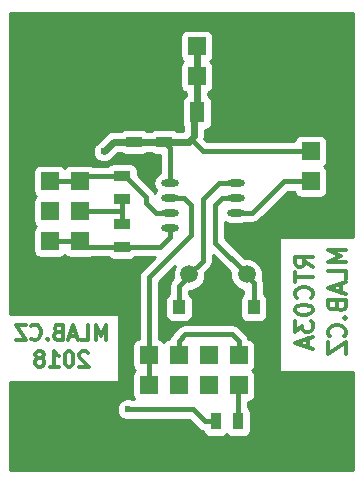
<source format=gbr>
%TF.GenerationSoftware,KiCad,Pcbnew,(2017-02-05 revision 431abcf)-makepkg*%
%TF.CreationDate,2017-12-05T08:02:20+01:00*%
%TF.ProjectId,RTC03A,5254433033412E6B696361645F706362,REV*%
%TF.FileFunction,Copper,L2,Bot,Signal*%
%TF.FilePolarity,Positive*%
%FSLAX46Y46*%
G04 Gerber Fmt 4.6, Leading zero omitted, Abs format (unit mm)*
G04 Created by KiCad (PCBNEW (2017-02-05 revision 431abcf)-makepkg) date 12/05/17 08:02:20*
%MOMM*%
%LPD*%
G01*
G04 APERTURE LIST*
%ADD10C,0.150000*%
%TA.AperFunction,NonConductor*%
%ADD11C,0.300000*%
%TD*%
%TA.AperFunction,SMDPad,CuDef*%
%ADD12R,0.889000X1.397000*%
%TD*%
%TA.AperFunction,ComponentPad*%
%ADD13C,1.501140*%
%TD*%
%TA.AperFunction,SMDPad,CuDef*%
%ADD14R,1.397000X0.889000*%
%TD*%
%TA.AperFunction,SMDPad,CuDef*%
%ADD15R,1.300480X1.699260*%
%TD*%
%TA.AperFunction,SMDPad,CuDef*%
%ADD16R,1.000000X1.250000*%
%TD*%
%TA.AperFunction,SMDPad,CuDef*%
%ADD17O,1.473200X0.609600*%
%TD*%
%TA.AperFunction,ComponentPad*%
%ADD18C,6.000000*%
%TD*%
%TA.AperFunction,ComponentPad*%
%ADD19R,1.524000X1.524000*%
%TD*%
%TA.AperFunction,ViaPad*%
%ADD20C,0.600000*%
%TD*%
%TA.AperFunction,Conductor*%
%ADD21C,0.450000*%
%TD*%
%TA.AperFunction,Conductor*%
%ADD22C,0.600000*%
%TD*%
%TA.AperFunction,Conductor*%
%ADD23C,0.250000*%
%TD*%
%TA.AperFunction,Conductor*%
%ADD24C,0.254000*%
%TD*%
G04 APERTURE END LIST*
D10*
D11*
X135571238Y-125193095D02*
X135571238Y-123893095D01*
X135137904Y-124821666D01*
X134704571Y-123893095D01*
X134704571Y-125193095D01*
X133466476Y-125193095D02*
X134085523Y-125193095D01*
X134085523Y-123893095D01*
X133095047Y-124821666D02*
X132476000Y-124821666D01*
X133218857Y-125193095D02*
X132785523Y-123893095D01*
X132352190Y-125193095D01*
X131485523Y-124512142D02*
X131299809Y-124574047D01*
X131237904Y-124635952D01*
X131176000Y-124759761D01*
X131176000Y-124945476D01*
X131237904Y-125069285D01*
X131299809Y-125131190D01*
X131423619Y-125193095D01*
X131918857Y-125193095D01*
X131918857Y-123893095D01*
X131485523Y-123893095D01*
X131361714Y-123955000D01*
X131299809Y-124016904D01*
X131237904Y-124140714D01*
X131237904Y-124264523D01*
X131299809Y-124388333D01*
X131361714Y-124450238D01*
X131485523Y-124512142D01*
X131918857Y-124512142D01*
X130618857Y-125069285D02*
X130556952Y-125131190D01*
X130618857Y-125193095D01*
X130680761Y-125131190D01*
X130618857Y-125069285D01*
X130618857Y-125193095D01*
X129256952Y-125069285D02*
X129318857Y-125131190D01*
X129504571Y-125193095D01*
X129628380Y-125193095D01*
X129814095Y-125131190D01*
X129937904Y-125007380D01*
X129999809Y-124883571D01*
X130061714Y-124635952D01*
X130061714Y-124450238D01*
X129999809Y-124202619D01*
X129937904Y-124078809D01*
X129814095Y-123955000D01*
X129628380Y-123893095D01*
X129504571Y-123893095D01*
X129318857Y-123955000D01*
X129256952Y-124016904D01*
X128823619Y-123893095D02*
X127956952Y-123893095D01*
X128823619Y-125193095D01*
X127956952Y-125193095D01*
X134054571Y-126266904D02*
X133992666Y-126205000D01*
X133868857Y-126143095D01*
X133559333Y-126143095D01*
X133435523Y-126205000D01*
X133373619Y-126266904D01*
X133311714Y-126390714D01*
X133311714Y-126514523D01*
X133373619Y-126700238D01*
X134116476Y-127443095D01*
X133311714Y-127443095D01*
X132506952Y-126143095D02*
X132383142Y-126143095D01*
X132259333Y-126205000D01*
X132197428Y-126266904D01*
X132135523Y-126390714D01*
X132073619Y-126638333D01*
X132073619Y-126947857D01*
X132135523Y-127195476D01*
X132197428Y-127319285D01*
X132259333Y-127381190D01*
X132383142Y-127443095D01*
X132506952Y-127443095D01*
X132630761Y-127381190D01*
X132692666Y-127319285D01*
X132754571Y-127195476D01*
X132816476Y-126947857D01*
X132816476Y-126638333D01*
X132754571Y-126390714D01*
X132692666Y-126266904D01*
X132630761Y-126205000D01*
X132506952Y-126143095D01*
X130835523Y-127443095D02*
X131578380Y-127443095D01*
X131206952Y-127443095D02*
X131206952Y-126143095D01*
X131330761Y-126328809D01*
X131454571Y-126452619D01*
X131578380Y-126514523D01*
X130092666Y-126700238D02*
X130216476Y-126638333D01*
X130278380Y-126576428D01*
X130340285Y-126452619D01*
X130340285Y-126390714D01*
X130278380Y-126266904D01*
X130216476Y-126205000D01*
X130092666Y-126143095D01*
X129845047Y-126143095D01*
X129721238Y-126205000D01*
X129659333Y-126266904D01*
X129597428Y-126390714D01*
X129597428Y-126452619D01*
X129659333Y-126576428D01*
X129721238Y-126638333D01*
X129845047Y-126700238D01*
X130092666Y-126700238D01*
X130216476Y-126762142D01*
X130278380Y-126824047D01*
X130340285Y-126947857D01*
X130340285Y-127195476D01*
X130278380Y-127319285D01*
X130216476Y-127381190D01*
X130092666Y-127443095D01*
X129845047Y-127443095D01*
X129721238Y-127381190D01*
X129659333Y-127319285D01*
X129597428Y-127195476D01*
X129597428Y-126947857D01*
X129659333Y-126824047D01*
X129721238Y-126762142D01*
X129845047Y-126700238D01*
X153078571Y-118991428D02*
X152364285Y-118491428D01*
X153078571Y-118134285D02*
X151578571Y-118134285D01*
X151578571Y-118705714D01*
X151650000Y-118848571D01*
X151721428Y-118920000D01*
X151864285Y-118991428D01*
X152078571Y-118991428D01*
X152221428Y-118920000D01*
X152292857Y-118848571D01*
X152364285Y-118705714D01*
X152364285Y-118134285D01*
X151578571Y-119420000D02*
X151578571Y-120277142D01*
X153078571Y-119848571D02*
X151578571Y-119848571D01*
X152935714Y-121634285D02*
X153007142Y-121562857D01*
X153078571Y-121348571D01*
X153078571Y-121205714D01*
X153007142Y-120991428D01*
X152864285Y-120848571D01*
X152721428Y-120777142D01*
X152435714Y-120705714D01*
X152221428Y-120705714D01*
X151935714Y-120777142D01*
X151792857Y-120848571D01*
X151650000Y-120991428D01*
X151578571Y-121205714D01*
X151578571Y-121348571D01*
X151650000Y-121562857D01*
X151721428Y-121634285D01*
X151578571Y-122562857D02*
X151578571Y-122705714D01*
X151650000Y-122848571D01*
X151721428Y-122920000D01*
X151864285Y-122991428D01*
X152150000Y-123062857D01*
X152507142Y-123062857D01*
X152792857Y-122991428D01*
X152935714Y-122920000D01*
X153007142Y-122848571D01*
X153078571Y-122705714D01*
X153078571Y-122562857D01*
X153007142Y-122420000D01*
X152935714Y-122348571D01*
X152792857Y-122277142D01*
X152507142Y-122205714D01*
X152150000Y-122205714D01*
X151864285Y-122277142D01*
X151721428Y-122348571D01*
X151650000Y-122420000D01*
X151578571Y-122562857D01*
X151578571Y-123562857D02*
X151578571Y-124491428D01*
X152150000Y-123991428D01*
X152150000Y-124205714D01*
X152221428Y-124348571D01*
X152292857Y-124420000D01*
X152435714Y-124491428D01*
X152792857Y-124491428D01*
X152935714Y-124420000D01*
X153007142Y-124348571D01*
X153078571Y-124205714D01*
X153078571Y-123777142D01*
X153007142Y-123634285D01*
X152935714Y-123562857D01*
X152650000Y-125062857D02*
X152650000Y-125777142D01*
X153078571Y-124920000D02*
X151578571Y-125420000D01*
X153078571Y-125920000D01*
X155872571Y-117598571D02*
X154372571Y-117598571D01*
X155444000Y-118098571D01*
X154372571Y-118598571D01*
X155872571Y-118598571D01*
X155872571Y-120027142D02*
X155872571Y-119312857D01*
X154372571Y-119312857D01*
X155444000Y-120455714D02*
X155444000Y-121170000D01*
X155872571Y-120312857D02*
X154372571Y-120812857D01*
X155872571Y-121312857D01*
X155086857Y-122312857D02*
X155158285Y-122527142D01*
X155229714Y-122598571D01*
X155372571Y-122670000D01*
X155586857Y-122670000D01*
X155729714Y-122598571D01*
X155801142Y-122527142D01*
X155872571Y-122384285D01*
X155872571Y-121812857D01*
X154372571Y-121812857D01*
X154372571Y-122312857D01*
X154444000Y-122455714D01*
X154515428Y-122527142D01*
X154658285Y-122598571D01*
X154801142Y-122598571D01*
X154944000Y-122527142D01*
X155015428Y-122455714D01*
X155086857Y-122312857D01*
X155086857Y-121812857D01*
X155729714Y-123312857D02*
X155801142Y-123384285D01*
X155872571Y-123312857D01*
X155801142Y-123241428D01*
X155729714Y-123312857D01*
X155872571Y-123312857D01*
X155729714Y-124884285D02*
X155801142Y-124812857D01*
X155872571Y-124598571D01*
X155872571Y-124455714D01*
X155801142Y-124241428D01*
X155658285Y-124098571D01*
X155515428Y-124027142D01*
X155229714Y-123955714D01*
X155015428Y-123955714D01*
X154729714Y-124027142D01*
X154586857Y-124098571D01*
X154444000Y-124241428D01*
X154372571Y-124455714D01*
X154372571Y-124598571D01*
X154444000Y-124812857D01*
X154515428Y-124884285D01*
X154372571Y-125384285D02*
X154372571Y-126384285D01*
X155872571Y-125384285D01*
X155872571Y-126384285D01*
D12*
%TO.P,R1,2*%
%TO.N,Net-(J6-Pad2)*%
X146748500Y-132080000D03*
%TO.P,R1,1*%
%TO.N,VCC*%
X144843500Y-132080000D03*
%TD*%
D13*
%TO.P,Y1,2*%
%TO.N,Net-(C1-Pad1)*%
X142593060Y-119634000D03*
%TO.P,Y1,1*%
%TO.N,Net-(C2-Pad1)*%
X147474940Y-119634000D03*
%TD*%
D14*
%TO.P,C3,2*%
%TO.N,GND*%
X137922000Y-106489500D03*
%TO.P,C3,1*%
%TO.N,VCC*%
X137922000Y-108394500D03*
%TD*%
%TO.P,C4,2*%
%TO.N,GND*%
X140462000Y-106489500D03*
%TO.P,C4,1*%
%TO.N,VCC*%
X140462000Y-108394500D03*
%TD*%
D15*
%TO.P,D1,1*%
%TO.N,VCC*%
X143283940Y-105918000D03*
%TO.P,D1,2*%
%TO.N,GND*%
X146784060Y-105918000D03*
%TD*%
D16*
%TO.P,C2,2*%
%TO.N,GND*%
X146066000Y-122428000D03*
%TO.P,C2,1*%
%TO.N,Net-(C2-Pad1)*%
X148066000Y-122428000D03*
%TD*%
%TO.P,C1,2*%
%TO.N,GND*%
X143748000Y-122428000D03*
%TO.P,C1,1*%
%TO.N,Net-(C1-Pad1)*%
X141748000Y-122428000D03*
%TD*%
D17*
%TO.P,U1,8*%
%TO.N,VCC*%
X140970000Y-111887000D03*
%TO.P,U1,7*%
%TO.N,Net-(J3-Pad1)*%
X140970000Y-113157000D03*
%TO.P,U1,6*%
%TO.N,Net-(J4-Pad7)*%
X140970000Y-114427000D03*
%TO.P,U1,5*%
%TO.N,Net-(J4-Pad3)*%
X140970000Y-115697000D03*
%TO.P,U1,4*%
%TO.N,GND*%
X146558000Y-115697000D03*
%TO.P,U1,3*%
%TO.N,Net-(J2-Pad2)*%
X146558000Y-114427000D03*
%TO.P,U1,2*%
%TO.N,Net-(C2-Pad1)*%
X146558000Y-113157000D03*
%TO.P,U1,1*%
%TO.N,Net-(C1-Pad1)*%
X146558000Y-111887000D03*
%TD*%
D14*
%TO.P,R2,2*%
%TO.N,Net-(J4-Pad7)*%
X136906000Y-111315500D03*
%TO.P,R2,1*%
%TO.N,VCC*%
X136906000Y-113220500D03*
%TD*%
D18*
%TO.P,M1,1*%
%TO.N,GND*%
X152400000Y-101600000D03*
%TD*%
%TO.P,M2,1*%
%TO.N,GND*%
X132080000Y-101600000D03*
%TD*%
%TO.P,M3,1*%
%TO.N,GND*%
X152400000Y-132080000D03*
%TD*%
%TO.P,M4,1*%
%TO.N,GND*%
X132080000Y-132080000D03*
%TD*%
D19*
%TO.P,J1,1*%
%TO.N,Net-(C2-Pad1)*%
X144272000Y-126492000D03*
%TO.P,J1,2*%
X144272000Y-129032000D03*
%TO.P,J1,3*%
%TO.N,Net-(C1-Pad1)*%
X141732000Y-126492000D03*
%TO.P,J1,4*%
X141732000Y-129032000D03*
%TD*%
%TO.P,J3,1*%
%TO.N,Net-(J3-Pad1)*%
X139192000Y-129032000D03*
%TO.P,J3,2*%
X139192000Y-126492000D03*
%TD*%
%TO.P,J4,1*%
%TO.N,GND*%
X133350000Y-119380000D03*
%TO.P,J4,2*%
X130810000Y-119380000D03*
%TO.P,J4,3*%
%TO.N,Net-(J4-Pad3)*%
X133350000Y-116840000D03*
%TO.P,J4,4*%
X130810000Y-116840000D03*
%TO.P,J4,5*%
%TO.N,VCC*%
X133350000Y-114300000D03*
%TO.P,J4,6*%
X130810000Y-114300000D03*
%TO.P,J4,7*%
%TO.N,Net-(J4-Pad7)*%
X133350000Y-111760000D03*
%TO.P,J4,8*%
X130810000Y-111760000D03*
%TO.P,J4,9*%
%TO.N,GND*%
X133350000Y-109220000D03*
%TO.P,J4,10*%
X130810000Y-109220000D03*
%TD*%
%TO.P,J5,1*%
%TO.N,GND*%
X140716000Y-102870000D03*
%TO.P,J5,2*%
X140716000Y-100330000D03*
%TO.P,J5,3*%
%TO.N,VCC*%
X143256000Y-102870000D03*
%TO.P,J5,4*%
X143256000Y-100330000D03*
%TO.P,J5,5*%
%TO.N,GND*%
X145796000Y-102870000D03*
%TO.P,J5,6*%
X145796000Y-100330000D03*
%TD*%
%TO.P,J2,3*%
%TO.N,VCC*%
X152908000Y-109220000D03*
%TO.P,J2,2*%
%TO.N,Net-(J2-Pad2)*%
X152908000Y-111760000D03*
%TO.P,J2,1*%
%TO.N,GND*%
X152908000Y-114300000D03*
%TD*%
D14*
%TO.P,R3,1*%
%TO.N,VCC*%
X136906000Y-115379500D03*
%TO.P,R3,2*%
%TO.N,Net-(J4-Pad3)*%
X136906000Y-117284500D03*
%TD*%
D19*
%TO.P,J6,2*%
%TO.N,Net-(J6-Pad2)*%
X146812000Y-129032000D03*
%TO.P,J6,1*%
%TO.N,Net-(C1-Pad1)*%
X146812000Y-126492000D03*
%TD*%
D20*
%TO.N,VCC*%
X137414000Y-131064000D03*
X135382000Y-109220000D03*
%TD*%
D21*
%TO.N,VCC*%
X142933000Y-131064000D02*
X137414000Y-131064000D01*
X144843500Y-132080000D02*
X143949000Y-132080000D01*
X143949000Y-132080000D02*
X142933000Y-131064000D01*
X136906000Y-113220500D02*
X136906000Y-114300000D01*
X136906000Y-114300000D02*
X136906000Y-115379500D01*
D22*
X143002000Y-107950000D02*
X142748000Y-108204000D01*
X142748000Y-108204000D02*
X142557500Y-108394500D01*
D21*
X152908000Y-109220000D02*
X143764000Y-109220000D01*
X143764000Y-109220000D02*
X142748000Y-108204000D01*
D22*
X137922000Y-108394500D02*
X136207500Y-108394500D01*
X136207500Y-108394500D02*
X135382000Y-109220000D01*
X140462000Y-108394500D02*
X137922000Y-108394500D01*
X142557500Y-108394500D02*
X140462000Y-108394500D01*
X143002000Y-106399330D02*
X143002000Y-107950000D01*
D21*
X143029940Y-106172000D02*
X143029940Y-106371390D01*
X143029940Y-106371390D02*
X143002000Y-106399330D01*
X140970000Y-111887000D02*
X140970000Y-108902500D01*
X140970000Y-108902500D02*
X140462000Y-108394500D01*
D22*
X143256000Y-100330000D02*
X143256000Y-102870000D01*
D21*
X141401800Y-111887000D02*
X140970000Y-111887000D01*
D22*
X143256000Y-102870000D02*
X143256000Y-105890060D01*
D21*
X152908000Y-109220000D02*
X152146000Y-109220000D01*
X136906000Y-114300000D02*
X133350000Y-114300000D01*
D23*
X142974060Y-105918000D02*
X142974060Y-107017630D01*
X141097000Y-112014000D02*
X140970000Y-111887000D01*
X140970000Y-111887000D02*
X140538200Y-111887000D01*
D21*
%TO.N,Net-(C1-Pad1)*%
X146246000Y-124714000D02*
X142298000Y-124714000D01*
X142298000Y-124714000D02*
X141732000Y-125280000D01*
X141732000Y-125280000D02*
X141732000Y-126492000D01*
X146812000Y-126492000D02*
X146812000Y-125280000D01*
X146812000Y-125280000D02*
X146246000Y-124714000D01*
X142593060Y-119788940D02*
X141748000Y-120634000D01*
X141748000Y-120634000D02*
X141748000Y-122428000D01*
X142593060Y-119634000D02*
X142593060Y-119788940D01*
X142494000Y-119733060D02*
X142593060Y-119634000D01*
X142593060Y-119634000D02*
X143764000Y-118463060D01*
X143764000Y-118463060D02*
X143764000Y-113284000D01*
X145161000Y-111887000D02*
X146558000Y-111887000D01*
X143764000Y-113284000D02*
X145161000Y-111887000D01*
%TO.N,Net-(C2-Pad1)*%
X147474940Y-119788940D02*
X148066000Y-120380000D01*
X148066000Y-120380000D02*
X148066000Y-122428000D01*
X147474940Y-119634000D02*
X147474940Y-119788940D01*
X147574000Y-119733060D02*
X147474940Y-119634000D01*
X147474940Y-119634000D02*
X144780000Y-116939060D01*
X144780000Y-116939060D02*
X144780000Y-113748400D01*
X145371400Y-113157000D02*
X146558000Y-113157000D01*
X144780000Y-113748400D02*
X145371400Y-113157000D01*
D23*
X146126200Y-113157000D02*
X146558000Y-113157000D01*
D21*
%TO.N,Net-(J3-Pad1)*%
X139192000Y-126492000D02*
X139192000Y-129032000D01*
X142748000Y-116332000D02*
X139192000Y-119888000D01*
X139192000Y-119888000D02*
X139192000Y-126492000D01*
X142748000Y-113748400D02*
X142748000Y-116332000D01*
X140970000Y-113157000D02*
X142156600Y-113157000D01*
X142156600Y-113157000D02*
X142748000Y-113748400D01*
%TO.N,Net-(J4-Pad3)*%
X133350000Y-116840000D02*
X130810000Y-116840000D01*
X136906000Y-117284500D02*
X133794500Y-117284500D01*
X133794500Y-117284500D02*
X133350000Y-116840000D01*
X140970000Y-115697000D02*
X140970000Y-116451800D01*
X140970000Y-116451800D02*
X140137300Y-117284500D01*
X140137300Y-117284500D02*
X138054500Y-117284500D01*
X138054500Y-117284500D02*
X136906000Y-117284500D01*
D23*
X137477500Y-117538500D02*
X136398000Y-117538500D01*
D21*
%TO.N,Net-(J4-Pad7)*%
X133350000Y-111760000D02*
X130810000Y-111760000D01*
X136906000Y-111315500D02*
X133794500Y-111315500D01*
X133794500Y-111315500D02*
X133350000Y-111760000D01*
X138938000Y-113581600D02*
X138938000Y-113093500D01*
X138938000Y-113093500D02*
X137160000Y-111315500D01*
X137160000Y-111315500D02*
X136906000Y-111315500D01*
X140970000Y-114427000D02*
X139783400Y-114427000D01*
X139783400Y-114427000D02*
X138938000Y-113581600D01*
D23*
X140970000Y-114427000D02*
X140538200Y-114427000D01*
D21*
%TO.N,Net-(J2-Pad2)*%
X150622000Y-111760000D02*
X147955000Y-114427000D01*
X147955000Y-114427000D02*
X146558000Y-114427000D01*
X152908000Y-111760000D02*
X150622000Y-111760000D01*
%TO.N,Net-(J6-Pad2)*%
X146748500Y-132080000D02*
X146748500Y-129095500D01*
X146748500Y-129095500D02*
X146812000Y-129032000D01*
%TD*%
D24*
%TO.N,GND*%
G36*
X156516000Y-116456428D02*
X153404000Y-116456428D01*
X153404000Y-116459000D01*
X150368000Y-116459000D01*
X150319399Y-116468667D01*
X150278197Y-116496197D01*
X150250667Y-116537399D01*
X150241000Y-116586000D01*
X150241000Y-127762000D01*
X150250667Y-127810601D01*
X150278197Y-127851803D01*
X150319399Y-127879333D01*
X150368000Y-127889000D01*
X156516000Y-127889000D01*
X156516000Y-136196000D01*
X127456000Y-136196000D01*
X127456000Y-128729000D01*
X136665762Y-128729000D01*
X136665762Y-122959000D01*
X127456000Y-122959000D01*
X127456000Y-110998000D01*
X129400560Y-110998000D01*
X129400560Y-112522000D01*
X129449843Y-112769765D01*
X129590191Y-112979809D01*
X129665307Y-113030000D01*
X129590191Y-113080191D01*
X129449843Y-113290235D01*
X129400560Y-113538000D01*
X129400560Y-115062000D01*
X129449843Y-115309765D01*
X129590191Y-115519809D01*
X129665307Y-115570000D01*
X129590191Y-115620191D01*
X129449843Y-115830235D01*
X129400560Y-116078000D01*
X129400560Y-117602000D01*
X129449843Y-117849765D01*
X129590191Y-118059809D01*
X129800235Y-118200157D01*
X130048000Y-118249440D01*
X131572000Y-118249440D01*
X131819765Y-118200157D01*
X132029809Y-118059809D01*
X132080000Y-117984693D01*
X132130191Y-118059809D01*
X132340235Y-118200157D01*
X132588000Y-118249440D01*
X134112000Y-118249440D01*
X134359765Y-118200157D01*
X134443061Y-118144500D01*
X135721421Y-118144500D01*
X135749691Y-118186809D01*
X135959735Y-118327157D01*
X136207500Y-118376440D01*
X137604500Y-118376440D01*
X137852265Y-118327157D01*
X138062309Y-118186809D01*
X138090579Y-118144500D01*
X139719276Y-118144500D01*
X138583888Y-119279888D01*
X138397464Y-119558892D01*
X138332000Y-119888000D01*
X138332000Y-125102053D01*
X138182235Y-125131843D01*
X137972191Y-125272191D01*
X137831843Y-125482235D01*
X137782560Y-125730000D01*
X137782560Y-127254000D01*
X137831843Y-127501765D01*
X137972191Y-127711809D01*
X138047307Y-127762000D01*
X137972191Y-127812191D01*
X137831843Y-128022235D01*
X137782560Y-128270000D01*
X137782560Y-129794000D01*
X137831843Y-130041765D01*
X137940246Y-130204000D01*
X137781028Y-130204000D01*
X137600799Y-130129162D01*
X137228833Y-130128838D01*
X136885057Y-130270883D01*
X136621808Y-130533673D01*
X136479162Y-130877201D01*
X136478838Y-131249167D01*
X136620883Y-131592943D01*
X136883673Y-131856192D01*
X137227201Y-131998838D01*
X137599167Y-131999162D01*
X137781073Y-131924000D01*
X142576776Y-131924000D01*
X143340888Y-132688112D01*
X143619892Y-132874536D01*
X143776874Y-132905762D01*
X143800843Y-133026265D01*
X143941191Y-133236309D01*
X144151235Y-133376657D01*
X144399000Y-133425940D01*
X145288000Y-133425940D01*
X145535765Y-133376657D01*
X145745809Y-133236309D01*
X145796000Y-133161193D01*
X145846191Y-133236309D01*
X146056235Y-133376657D01*
X146304000Y-133425940D01*
X147193000Y-133425940D01*
X147440765Y-133376657D01*
X147650809Y-133236309D01*
X147791157Y-133026265D01*
X147840440Y-132778500D01*
X147840440Y-131381500D01*
X147791157Y-131133735D01*
X147650809Y-130923691D01*
X147608500Y-130895421D01*
X147608500Y-130434578D01*
X147821765Y-130392157D01*
X148031809Y-130251809D01*
X148172157Y-130041765D01*
X148221440Y-129794000D01*
X148221440Y-128270000D01*
X148172157Y-128022235D01*
X148031809Y-127812191D01*
X147956693Y-127762000D01*
X148031809Y-127711809D01*
X148172157Y-127501765D01*
X148221440Y-127254000D01*
X148221440Y-125730000D01*
X148172157Y-125482235D01*
X148031809Y-125272191D01*
X147821765Y-125131843D01*
X147635146Y-125094723D01*
X147606536Y-124950892D01*
X147420112Y-124671888D01*
X146854112Y-124105888D01*
X146575108Y-123919464D01*
X146246000Y-123854000D01*
X142298000Y-123854000D01*
X141968892Y-123919464D01*
X141689888Y-124105888D01*
X141123888Y-124671888D01*
X140937464Y-124950892D01*
X140908854Y-125094723D01*
X140722235Y-125131843D01*
X140512191Y-125272191D01*
X140462000Y-125347307D01*
X140411809Y-125272191D01*
X140201765Y-125131843D01*
X140052000Y-125102053D01*
X140052000Y-120244224D01*
X141398527Y-118897697D01*
X141207731Y-119357184D01*
X141207250Y-119908398D01*
X141221907Y-119943869D01*
X141139888Y-120025888D01*
X140953464Y-120304892D01*
X140888000Y-120634000D01*
X140888000Y-121279837D01*
X140790191Y-121345191D01*
X140649843Y-121555235D01*
X140600560Y-121803000D01*
X140600560Y-123053000D01*
X140649843Y-123300765D01*
X140790191Y-123510809D01*
X141000235Y-123651157D01*
X141248000Y-123700440D01*
X142248000Y-123700440D01*
X142495765Y-123651157D01*
X142705809Y-123510809D01*
X142846157Y-123300765D01*
X142895440Y-123053000D01*
X142895440Y-121803000D01*
X142846157Y-121555235D01*
X142705809Y-121345191D01*
X142608000Y-121279837D01*
X142608000Y-121019584D01*
X142867458Y-121019810D01*
X143376897Y-120809314D01*
X143767004Y-120419887D01*
X143978389Y-119910816D01*
X143978778Y-119464506D01*
X144372112Y-119071172D01*
X144558536Y-118792168D01*
X144624000Y-118463060D01*
X144624000Y-117999284D01*
X146089517Y-119464801D01*
X146089130Y-119908398D01*
X146299626Y-120417837D01*
X146689053Y-120807944D01*
X147198124Y-121019329D01*
X147206000Y-121019336D01*
X147206000Y-121279837D01*
X147108191Y-121345191D01*
X146967843Y-121555235D01*
X146918560Y-121803000D01*
X146918560Y-123053000D01*
X146967843Y-123300765D01*
X147108191Y-123510809D01*
X147318235Y-123651157D01*
X147566000Y-123700440D01*
X148566000Y-123700440D01*
X148813765Y-123651157D01*
X149023809Y-123510809D01*
X149164157Y-123300765D01*
X149213440Y-123053000D01*
X149213440Y-121803000D01*
X149164157Y-121555235D01*
X149023809Y-121345191D01*
X148926000Y-121279837D01*
X148926000Y-120380000D01*
X148860536Y-120050892D01*
X148824499Y-119996959D01*
X148860269Y-119910816D01*
X148860750Y-119359602D01*
X148650254Y-118850163D01*
X148260827Y-118460056D01*
X147751756Y-118248671D01*
X147305446Y-118248282D01*
X145640000Y-116582836D01*
X145640000Y-115228656D01*
X145739683Y-115295262D01*
X146099329Y-115366800D01*
X147016671Y-115366800D01*
X147376317Y-115295262D01*
X147388682Y-115287000D01*
X147955000Y-115287000D01*
X148284108Y-115221536D01*
X148563112Y-115035112D01*
X150978224Y-112620000D01*
X151518053Y-112620000D01*
X151547843Y-112769765D01*
X151688191Y-112979809D01*
X151898235Y-113120157D01*
X152146000Y-113169440D01*
X153670000Y-113169440D01*
X153917765Y-113120157D01*
X154127809Y-112979809D01*
X154268157Y-112769765D01*
X154317440Y-112522000D01*
X154317440Y-110998000D01*
X154268157Y-110750235D01*
X154127809Y-110540191D01*
X154052693Y-110490000D01*
X154127809Y-110439809D01*
X154268157Y-110229765D01*
X154317440Y-109982000D01*
X154317440Y-108458000D01*
X154268157Y-108210235D01*
X154127809Y-108000191D01*
X153917765Y-107859843D01*
X153670000Y-107810560D01*
X152146000Y-107810560D01*
X151898235Y-107859843D01*
X151688191Y-108000191D01*
X151547843Y-108210235D01*
X151518053Y-108360000D01*
X144120224Y-108360000D01*
X143899375Y-108139151D01*
X143937000Y-107950000D01*
X143937000Y-107414509D01*
X144181945Y-107365787D01*
X144391989Y-107225439D01*
X144532337Y-107015395D01*
X144581620Y-106767630D01*
X144581620Y-105068370D01*
X144532337Y-104820605D01*
X144391989Y-104610561D01*
X144191000Y-104476263D01*
X144191000Y-104245029D01*
X144265765Y-104230157D01*
X144475809Y-104089809D01*
X144616157Y-103879765D01*
X144665440Y-103632000D01*
X144665440Y-102108000D01*
X144616157Y-101860235D01*
X144475809Y-101650191D01*
X144400693Y-101600000D01*
X144475809Y-101549809D01*
X144616157Y-101339765D01*
X144665440Y-101092000D01*
X144665440Y-99568000D01*
X144616157Y-99320235D01*
X144475809Y-99110191D01*
X144265765Y-98969843D01*
X144018000Y-98920560D01*
X142494000Y-98920560D01*
X142246235Y-98969843D01*
X142036191Y-99110191D01*
X141895843Y-99320235D01*
X141846560Y-99568000D01*
X141846560Y-101092000D01*
X141895843Y-101339765D01*
X142036191Y-101549809D01*
X142111307Y-101600000D01*
X142036191Y-101650191D01*
X141895843Y-101860235D01*
X141846560Y-102108000D01*
X141846560Y-103632000D01*
X141895843Y-103879765D01*
X142036191Y-104089809D01*
X142246235Y-104230157D01*
X142321000Y-104245029D01*
X142321000Y-104513602D01*
X142175891Y-104610561D01*
X142035543Y-104820605D01*
X141986260Y-105068370D01*
X141986260Y-106767630D01*
X142035543Y-107015395D01*
X142067000Y-107062473D01*
X142067000Y-107459500D01*
X141569384Y-107459500D01*
X141408265Y-107351843D01*
X141160500Y-107302560D01*
X139763500Y-107302560D01*
X139515735Y-107351843D01*
X139354616Y-107459500D01*
X139029384Y-107459500D01*
X138868265Y-107351843D01*
X138620500Y-107302560D01*
X137223500Y-107302560D01*
X136975735Y-107351843D01*
X136814616Y-107459500D01*
X136207500Y-107459500D01*
X135849691Y-107530673D01*
X135546355Y-107733355D01*
X134721146Y-108558564D01*
X134589808Y-108689673D01*
X134447162Y-109033201D01*
X134446838Y-109405167D01*
X134588883Y-109748943D01*
X134851673Y-110012192D01*
X135195201Y-110154838D01*
X135567167Y-110155162D01*
X135910943Y-110013117D01*
X136174192Y-109750327D01*
X136174355Y-109749935D01*
X136594790Y-109329500D01*
X136814616Y-109329500D01*
X136975735Y-109437157D01*
X137223500Y-109486440D01*
X138620500Y-109486440D01*
X138868265Y-109437157D01*
X139029384Y-109329500D01*
X139354616Y-109329500D01*
X139515735Y-109437157D01*
X139763500Y-109486440D01*
X140110000Y-109486440D01*
X140110000Y-111046590D01*
X139846790Y-111222461D01*
X139643067Y-111527354D01*
X139571529Y-111887000D01*
X139643067Y-112246646D01*
X139827053Y-112522000D01*
X139698814Y-112713923D01*
X139546112Y-112485388D01*
X138251940Y-111191216D01*
X138251940Y-110871000D01*
X138202657Y-110623235D01*
X138062309Y-110413191D01*
X137852265Y-110272843D01*
X137604500Y-110223560D01*
X136207500Y-110223560D01*
X135959735Y-110272843D01*
X135749691Y-110413191D01*
X135721421Y-110455500D01*
X134443061Y-110455500D01*
X134359765Y-110399843D01*
X134112000Y-110350560D01*
X132588000Y-110350560D01*
X132340235Y-110399843D01*
X132130191Y-110540191D01*
X132080000Y-110615307D01*
X132029809Y-110540191D01*
X131819765Y-110399843D01*
X131572000Y-110350560D01*
X130048000Y-110350560D01*
X129800235Y-110399843D01*
X129590191Y-110540191D01*
X129449843Y-110750235D01*
X129400560Y-110998000D01*
X127456000Y-110998000D01*
X127456000Y-97484000D01*
X156516000Y-97484000D01*
X156516000Y-116456428D01*
X156516000Y-116456428D01*
G37*
X156516000Y-116456428D02*
X153404000Y-116456428D01*
X153404000Y-116459000D01*
X150368000Y-116459000D01*
X150319399Y-116468667D01*
X150278197Y-116496197D01*
X150250667Y-116537399D01*
X150241000Y-116586000D01*
X150241000Y-127762000D01*
X150250667Y-127810601D01*
X150278197Y-127851803D01*
X150319399Y-127879333D01*
X150368000Y-127889000D01*
X156516000Y-127889000D01*
X156516000Y-136196000D01*
X127456000Y-136196000D01*
X127456000Y-128729000D01*
X136665762Y-128729000D01*
X136665762Y-122959000D01*
X127456000Y-122959000D01*
X127456000Y-110998000D01*
X129400560Y-110998000D01*
X129400560Y-112522000D01*
X129449843Y-112769765D01*
X129590191Y-112979809D01*
X129665307Y-113030000D01*
X129590191Y-113080191D01*
X129449843Y-113290235D01*
X129400560Y-113538000D01*
X129400560Y-115062000D01*
X129449843Y-115309765D01*
X129590191Y-115519809D01*
X129665307Y-115570000D01*
X129590191Y-115620191D01*
X129449843Y-115830235D01*
X129400560Y-116078000D01*
X129400560Y-117602000D01*
X129449843Y-117849765D01*
X129590191Y-118059809D01*
X129800235Y-118200157D01*
X130048000Y-118249440D01*
X131572000Y-118249440D01*
X131819765Y-118200157D01*
X132029809Y-118059809D01*
X132080000Y-117984693D01*
X132130191Y-118059809D01*
X132340235Y-118200157D01*
X132588000Y-118249440D01*
X134112000Y-118249440D01*
X134359765Y-118200157D01*
X134443061Y-118144500D01*
X135721421Y-118144500D01*
X135749691Y-118186809D01*
X135959735Y-118327157D01*
X136207500Y-118376440D01*
X137604500Y-118376440D01*
X137852265Y-118327157D01*
X138062309Y-118186809D01*
X138090579Y-118144500D01*
X139719276Y-118144500D01*
X138583888Y-119279888D01*
X138397464Y-119558892D01*
X138332000Y-119888000D01*
X138332000Y-125102053D01*
X138182235Y-125131843D01*
X137972191Y-125272191D01*
X137831843Y-125482235D01*
X137782560Y-125730000D01*
X137782560Y-127254000D01*
X137831843Y-127501765D01*
X137972191Y-127711809D01*
X138047307Y-127762000D01*
X137972191Y-127812191D01*
X137831843Y-128022235D01*
X137782560Y-128270000D01*
X137782560Y-129794000D01*
X137831843Y-130041765D01*
X137940246Y-130204000D01*
X137781028Y-130204000D01*
X137600799Y-130129162D01*
X137228833Y-130128838D01*
X136885057Y-130270883D01*
X136621808Y-130533673D01*
X136479162Y-130877201D01*
X136478838Y-131249167D01*
X136620883Y-131592943D01*
X136883673Y-131856192D01*
X137227201Y-131998838D01*
X137599167Y-131999162D01*
X137781073Y-131924000D01*
X142576776Y-131924000D01*
X143340888Y-132688112D01*
X143619892Y-132874536D01*
X143776874Y-132905762D01*
X143800843Y-133026265D01*
X143941191Y-133236309D01*
X144151235Y-133376657D01*
X144399000Y-133425940D01*
X145288000Y-133425940D01*
X145535765Y-133376657D01*
X145745809Y-133236309D01*
X145796000Y-133161193D01*
X145846191Y-133236309D01*
X146056235Y-133376657D01*
X146304000Y-133425940D01*
X147193000Y-133425940D01*
X147440765Y-133376657D01*
X147650809Y-133236309D01*
X147791157Y-133026265D01*
X147840440Y-132778500D01*
X147840440Y-131381500D01*
X147791157Y-131133735D01*
X147650809Y-130923691D01*
X147608500Y-130895421D01*
X147608500Y-130434578D01*
X147821765Y-130392157D01*
X148031809Y-130251809D01*
X148172157Y-130041765D01*
X148221440Y-129794000D01*
X148221440Y-128270000D01*
X148172157Y-128022235D01*
X148031809Y-127812191D01*
X147956693Y-127762000D01*
X148031809Y-127711809D01*
X148172157Y-127501765D01*
X148221440Y-127254000D01*
X148221440Y-125730000D01*
X148172157Y-125482235D01*
X148031809Y-125272191D01*
X147821765Y-125131843D01*
X147635146Y-125094723D01*
X147606536Y-124950892D01*
X147420112Y-124671888D01*
X146854112Y-124105888D01*
X146575108Y-123919464D01*
X146246000Y-123854000D01*
X142298000Y-123854000D01*
X141968892Y-123919464D01*
X141689888Y-124105888D01*
X141123888Y-124671888D01*
X140937464Y-124950892D01*
X140908854Y-125094723D01*
X140722235Y-125131843D01*
X140512191Y-125272191D01*
X140462000Y-125347307D01*
X140411809Y-125272191D01*
X140201765Y-125131843D01*
X140052000Y-125102053D01*
X140052000Y-120244224D01*
X141398527Y-118897697D01*
X141207731Y-119357184D01*
X141207250Y-119908398D01*
X141221907Y-119943869D01*
X141139888Y-120025888D01*
X140953464Y-120304892D01*
X140888000Y-120634000D01*
X140888000Y-121279837D01*
X140790191Y-121345191D01*
X140649843Y-121555235D01*
X140600560Y-121803000D01*
X140600560Y-123053000D01*
X140649843Y-123300765D01*
X140790191Y-123510809D01*
X141000235Y-123651157D01*
X141248000Y-123700440D01*
X142248000Y-123700440D01*
X142495765Y-123651157D01*
X142705809Y-123510809D01*
X142846157Y-123300765D01*
X142895440Y-123053000D01*
X142895440Y-121803000D01*
X142846157Y-121555235D01*
X142705809Y-121345191D01*
X142608000Y-121279837D01*
X142608000Y-121019584D01*
X142867458Y-121019810D01*
X143376897Y-120809314D01*
X143767004Y-120419887D01*
X143978389Y-119910816D01*
X143978778Y-119464506D01*
X144372112Y-119071172D01*
X144558536Y-118792168D01*
X144624000Y-118463060D01*
X144624000Y-117999284D01*
X146089517Y-119464801D01*
X146089130Y-119908398D01*
X146299626Y-120417837D01*
X146689053Y-120807944D01*
X147198124Y-121019329D01*
X147206000Y-121019336D01*
X147206000Y-121279837D01*
X147108191Y-121345191D01*
X146967843Y-121555235D01*
X146918560Y-121803000D01*
X146918560Y-123053000D01*
X146967843Y-123300765D01*
X147108191Y-123510809D01*
X147318235Y-123651157D01*
X147566000Y-123700440D01*
X148566000Y-123700440D01*
X148813765Y-123651157D01*
X149023809Y-123510809D01*
X149164157Y-123300765D01*
X149213440Y-123053000D01*
X149213440Y-121803000D01*
X149164157Y-121555235D01*
X149023809Y-121345191D01*
X148926000Y-121279837D01*
X148926000Y-120380000D01*
X148860536Y-120050892D01*
X148824499Y-119996959D01*
X148860269Y-119910816D01*
X148860750Y-119359602D01*
X148650254Y-118850163D01*
X148260827Y-118460056D01*
X147751756Y-118248671D01*
X147305446Y-118248282D01*
X145640000Y-116582836D01*
X145640000Y-115228656D01*
X145739683Y-115295262D01*
X146099329Y-115366800D01*
X147016671Y-115366800D01*
X147376317Y-115295262D01*
X147388682Y-115287000D01*
X147955000Y-115287000D01*
X148284108Y-115221536D01*
X148563112Y-115035112D01*
X150978224Y-112620000D01*
X151518053Y-112620000D01*
X151547843Y-112769765D01*
X151688191Y-112979809D01*
X151898235Y-113120157D01*
X152146000Y-113169440D01*
X153670000Y-113169440D01*
X153917765Y-113120157D01*
X154127809Y-112979809D01*
X154268157Y-112769765D01*
X154317440Y-112522000D01*
X154317440Y-110998000D01*
X154268157Y-110750235D01*
X154127809Y-110540191D01*
X154052693Y-110490000D01*
X154127809Y-110439809D01*
X154268157Y-110229765D01*
X154317440Y-109982000D01*
X154317440Y-108458000D01*
X154268157Y-108210235D01*
X154127809Y-108000191D01*
X153917765Y-107859843D01*
X153670000Y-107810560D01*
X152146000Y-107810560D01*
X151898235Y-107859843D01*
X151688191Y-108000191D01*
X151547843Y-108210235D01*
X151518053Y-108360000D01*
X144120224Y-108360000D01*
X143899375Y-108139151D01*
X143937000Y-107950000D01*
X143937000Y-107414509D01*
X144181945Y-107365787D01*
X144391989Y-107225439D01*
X144532337Y-107015395D01*
X144581620Y-106767630D01*
X144581620Y-105068370D01*
X144532337Y-104820605D01*
X144391989Y-104610561D01*
X144191000Y-104476263D01*
X144191000Y-104245029D01*
X144265765Y-104230157D01*
X144475809Y-104089809D01*
X144616157Y-103879765D01*
X144665440Y-103632000D01*
X144665440Y-102108000D01*
X144616157Y-101860235D01*
X144475809Y-101650191D01*
X144400693Y-101600000D01*
X144475809Y-101549809D01*
X144616157Y-101339765D01*
X144665440Y-101092000D01*
X144665440Y-99568000D01*
X144616157Y-99320235D01*
X144475809Y-99110191D01*
X144265765Y-98969843D01*
X144018000Y-98920560D01*
X142494000Y-98920560D01*
X142246235Y-98969843D01*
X142036191Y-99110191D01*
X141895843Y-99320235D01*
X141846560Y-99568000D01*
X141846560Y-101092000D01*
X141895843Y-101339765D01*
X142036191Y-101549809D01*
X142111307Y-101600000D01*
X142036191Y-101650191D01*
X141895843Y-101860235D01*
X141846560Y-102108000D01*
X141846560Y-103632000D01*
X141895843Y-103879765D01*
X142036191Y-104089809D01*
X142246235Y-104230157D01*
X142321000Y-104245029D01*
X142321000Y-104513602D01*
X142175891Y-104610561D01*
X142035543Y-104820605D01*
X141986260Y-105068370D01*
X141986260Y-106767630D01*
X142035543Y-107015395D01*
X142067000Y-107062473D01*
X142067000Y-107459500D01*
X141569384Y-107459500D01*
X141408265Y-107351843D01*
X141160500Y-107302560D01*
X139763500Y-107302560D01*
X139515735Y-107351843D01*
X139354616Y-107459500D01*
X139029384Y-107459500D01*
X138868265Y-107351843D01*
X138620500Y-107302560D01*
X137223500Y-107302560D01*
X136975735Y-107351843D01*
X136814616Y-107459500D01*
X136207500Y-107459500D01*
X135849691Y-107530673D01*
X135546355Y-107733355D01*
X134721146Y-108558564D01*
X134589808Y-108689673D01*
X134447162Y-109033201D01*
X134446838Y-109405167D01*
X134588883Y-109748943D01*
X134851673Y-110012192D01*
X135195201Y-110154838D01*
X135567167Y-110155162D01*
X135910943Y-110013117D01*
X136174192Y-109750327D01*
X136174355Y-109749935D01*
X136594790Y-109329500D01*
X136814616Y-109329500D01*
X136975735Y-109437157D01*
X137223500Y-109486440D01*
X138620500Y-109486440D01*
X138868265Y-109437157D01*
X139029384Y-109329500D01*
X139354616Y-109329500D01*
X139515735Y-109437157D01*
X139763500Y-109486440D01*
X140110000Y-109486440D01*
X140110000Y-111046590D01*
X139846790Y-111222461D01*
X139643067Y-111527354D01*
X139571529Y-111887000D01*
X139643067Y-112246646D01*
X139827053Y-112522000D01*
X139698814Y-112713923D01*
X139546112Y-112485388D01*
X138251940Y-111191216D01*
X138251940Y-110871000D01*
X138202657Y-110623235D01*
X138062309Y-110413191D01*
X137852265Y-110272843D01*
X137604500Y-110223560D01*
X136207500Y-110223560D01*
X135959735Y-110272843D01*
X135749691Y-110413191D01*
X135721421Y-110455500D01*
X134443061Y-110455500D01*
X134359765Y-110399843D01*
X134112000Y-110350560D01*
X132588000Y-110350560D01*
X132340235Y-110399843D01*
X132130191Y-110540191D01*
X132080000Y-110615307D01*
X132029809Y-110540191D01*
X131819765Y-110399843D01*
X131572000Y-110350560D01*
X130048000Y-110350560D01*
X129800235Y-110399843D01*
X129590191Y-110540191D01*
X129449843Y-110750235D01*
X129400560Y-110998000D01*
X127456000Y-110998000D01*
X127456000Y-97484000D01*
X156516000Y-97484000D01*
X156516000Y-116456428D01*
%TD*%
M02*

</source>
